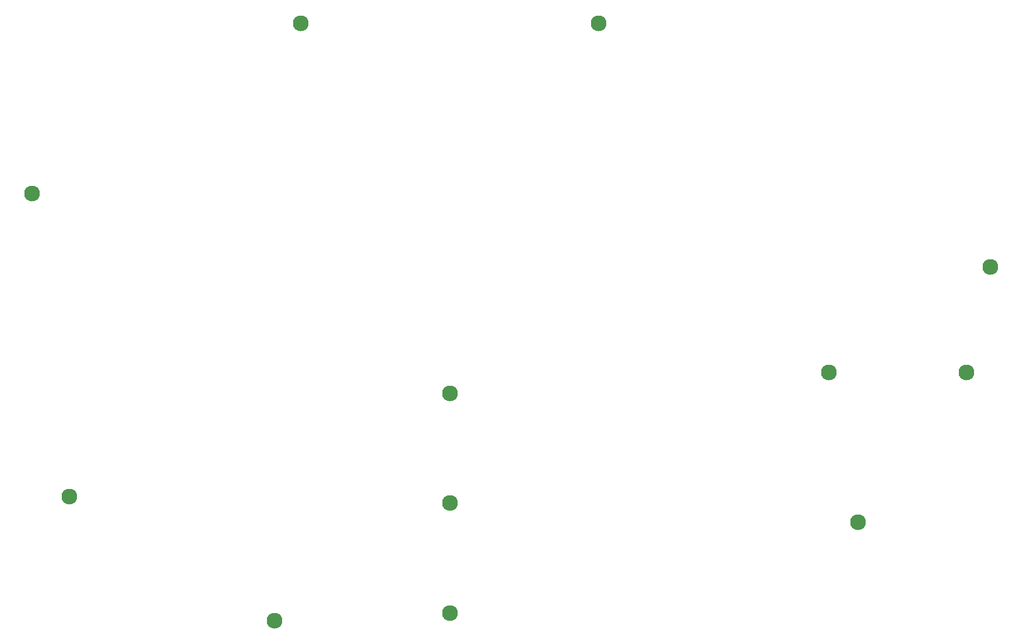
<source format=gbs>
G04 #@! TF.GenerationSoftware,KiCad,Pcbnew,8.0.5-dirty*
G04 #@! TF.CreationDate,2024-10-14T16:10:55+03:00*
G04 #@! TF.ProjectId,Kivipallur_plate,4b697669-7061-46c6-9c75-725f706c6174,1*
G04 #@! TF.SameCoordinates,Original*
G04 #@! TF.FileFunction,Soldermask,Bot*
G04 #@! TF.FilePolarity,Negative*
%FSLAX46Y46*%
G04 Gerber Fmt 4.6, Leading zero omitted, Abs format (unit mm)*
G04 Created by KiCad (PCBNEW 8.0.5-dirty) date 2024-10-14 16:10:55*
%MOMM*%
%LPD*%
G01*
G04 APERTURE LIST*
%ADD10C,2.300000*%
G04 APERTURE END LIST*
D10*
X239079709Y-132812965D03*
X259079709Y-132812965D03*
X262595864Y-117474995D03*
X243359441Y-154571221D03*
X123406522Y-106813039D03*
X184079709Y-135812965D03*
X184079709Y-151812965D03*
X128817521Y-150882088D03*
X162418790Y-82090802D03*
X184079709Y-167812965D03*
X158633477Y-168882610D03*
X205686526Y-82058936D03*
M02*

</source>
